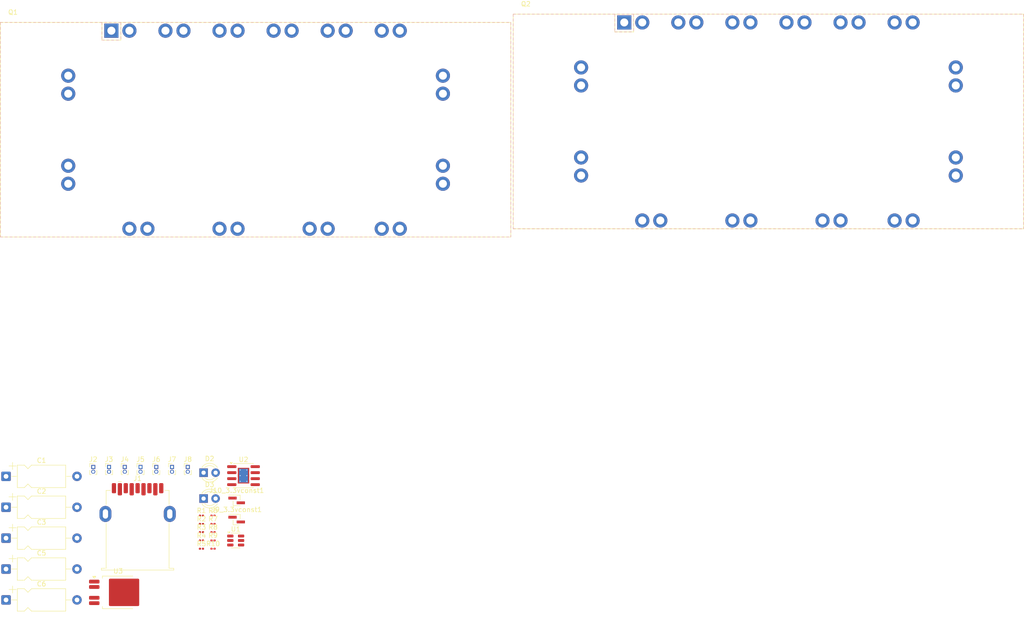
<source format=kicad_pcb>
(kicad_pcb (version 20241229) (generator "pcbnew") (generator_version "9.0")
  (layers (0 "F.Cu" signal) (2 "B.Cu" signal) (13 "F.Paste" user) (15 "B.Paste" user) (5 "F.SilkS" user "F.Silkscreen") (7 "B.SilkS" user "B.Silkscreen") (1 "F.Mask" user) (3 "B.Mask" user) (25 "Edge.Cuts" user))
  (net 0 "")
  (net 1 "+")
  (net 2 "GND")
  (net 3 "Net-(J10_3.3vconst1-Pin_1)")
  (net 4 "Net-(U2-BAT)")
  (net 5 "Net-(D2-K)")
  (net 6 "Net-(D3-K)")
  (net 7 "-")
  (net 8 "Net-(Q1-G)")
  (net 9 "Net-(Q1-D)")
  (net 10 "Net-(Q2-G)")
  (net 11 "Net-(J1-CC1)")
  (net 12 "Net-(J1-CC2)")
  (net 13 "Net-(U2-~{STDBY})")
  (net 14 "Net-(U2-~{CHRG})")
  (net 15 "Net-(U2-PROG)")
  (net 16 "Net-(U2-TEMP)")
  (net 17 "VCC")
  (net 18 "Net-(U1-CS)")
  (footprint "Resistor_SMD:R_0201_0603Metric" (layer "F.Cu") (at 120.65375 149.915)
    (property "Reference" "R5" (at 0 -1.05 0) (layer "F.SilkS"))
    (property "Value" "1k")
    (pad "1" smd roundrect (at -0.32 0) (size 0.46 0.4) (layers "F.Cu" "F.Mask") (net 2 "GND"))
    (pad "2" smd roundrect (at 0.32 0) (size 0.46 0.4) (layers "F.Cu" "F.Mask") (net 15 "Net-(U2-PROG)"))
  )
  (footprint "Resistor_SMD:R_0201_0603Metric" (layer "F.Cu") (at 123.10375 142.915)
    (property "Reference" "R6" (at 0 -1.05 0) (layer "F.SilkS"))
    (property "Value" "1k")
    (pad "1" smd roundrect (at -0.32 0) (size 0.46 0.4) (layers "F.Cu" "F.Mask") (net 2 "GND"))
    (pad "2" smd roundrect (at 0.32 0) (size 0.46 0.4) (layers "F.Cu" "F.Mask") (net 16 "Net-(U2-TEMP)"))
  )
  (footprint "Resistor_SMD:R_0201_0603Metric" (layer "F.Cu") (at 123.10375 149.915)
    (property "Reference" "R10" (at 0 -1.05 0) (layer "F.SilkS"))
    (property "Value" "1k")
    (pad "1" smd roundrect (at -0.32 0) (size 0.46 0.4) (layers "F.Cu" "F.Mask") (net 7 "-"))
    (pad "2" smd roundrect (at 0.32 0) (size 0.46 0.4) (layers "F.Cu" "F.Mask") (net 18 "Net-(U1-CS)"))
  )
  (footprint "Capacitor_THT:CP_Axial_L10.0mm_D4.5mm_P15.00mm_Horizontal" (layer "F.Cu") (at 79.34375 147.68)
    (property "Reference" "C3" (at 7.5 -3.37 0) (layer "F.SilkS"))
    (property "Value" "22uF")
    (pad "1" thru_hole roundrect (at 0 0) (size 2 2) (drill 1) (layers "*.Cu" "*.Mask") (roundrect_rratio 0.125) (net 3 "Net-(J10_3.3vconst1-Pin_1)"))
    (pad "2" thru_hole circle (at 15 0) (size 2 2) (drill 1) (layers "*.Cu" "*.Mask") (net 2 "GND"))
  )
  (footprint "Resistor_SMD:R_0201_0603Metric" (layer "F.Cu") (at 123.10375 144.665)
    (property "Reference" "R7" (at 0 -1.05 0) (layer "F.SilkS"))
    (property "Value" "1k")
    (pad "1" smd roundrect (at -0.32 0) (size 0.46 0.4) (layers "F.Cu" "F.Mask") (net 2 "GND"))
    (pad "2" smd roundrect (at 0.32 0) (size 0.46 0.4) (layers "F.Cu" "F.Mask") (net 17 "VCC"))
  )
  (footprint "Resistor_SMD:R_0201_0603Metric" (layer "F.Cu") (at 120.65375 148.165)
    (property "Reference" "R4" (at 0 -1.05 0) (layer "F.SilkS"))
    (property "Value" "1k")
    (pad "1" smd roundrect (at -0.32 0) (size 0.46 0.4) (layers "F.Cu" "F.Mask") (net 5 "Net-(D2-K)"))
    (pad "2" smd roundrect (at 0.32 0) (size 0.46 0.4) (layers "F.Cu" "F.Mask") (net 14 "Net-(U2-~{CHRG})"))
  )
  (footprint "Transistor_Power_Module:Infineon_AG-ECONO2" (layer "F.Cu") (at 210.02625 38.58125)
    (property "Reference" "Q2" (at -20.8 -3.9 0) (layer "F.SilkS"))
    (property "Value" "NMOS")
    (pad "" np_thru_hole circle (at -16.02 4.95) (size 2.6 2.6) (drill 2.6) (layers "*.Cu" "*.Mask"))
    (pad "" np_thru_hole circle (at -16.02 36.95) (size 2.6 2.6) (drill 2.6) (layers "*.Cu" "*.Mask"))
    (pad "" np_thru_hole circle (at 76.98 4.95) (size 2.6 2.6) (drill 2.6) (layers "*.Cu" "*.Mask"))
    (pad "" np_thru_hole circle (at 76.98 36.95) (size 2.6 2.6) (drill 2.6) (layers "*.Cu" "*.Mask"))
    (pad "1" thru_hole rect (at 0 0) (size 3 3) (drill 1.7) (layers "*.Cu" "*.Mask") (net 9 "Net-(Q1-D)"))
    (pad "2" thru_hole circle (at 3.81 0) (size 3 3) (drill 1.7) (layers "*.Cu" "*.Mask") (net 10 "Net-(Q2-G)"))
    (pad "3" thru_hole circle (at 11.43 0) (size 3 3) (drill 1.7) (layers "*.Cu" "*.Mask") (net 7 "-"))
    (pad "4" thru_hole circle (at 15.24 0) (size 3 3) (drill 1.7) (layers "*.Cu" "*.Mask"))
    (pad "5" thru_hole circle (at 22.86 0) (size 3 3) (drill 1.7) (layers "*.Cu" "*.Mask"))
    (pad "6" thru_hole circle (at 26.67 0) (size 3 3) (drill 1.7) (layers "*.Cu" "*.Mask"))
    (pad "7" thru_hole circle (at 34.29 0) (size 3 3) (drill 1.7) (layers "*.Cu" "*.Mask"))
    (pad "8" thru_hole circle (at 38.1 0) (size 3 3) (drill 1.7) (layers "*.Cu" "*.Mask"))
    (pad "9" thru_hole circle (at 45.72 0) (size 3 3) (drill 1.7) (layers "*.Cu" "*.Mask"))
    (pad "10" thru_hole circle (at 49.53 0) (size 3 3) (drill 1.7) (layers "*.Cu" "*.Mask"))
    (pad "11" thru_hole circle (at 57.15 0) (size 3 3) (drill 1.7) (layers "*.Cu" "*.Mask"))
    (pad "12" thru_hole circle (at 60.96 0) (size 3 3) (drill 1.7) (layers "*.Cu" "*.Mask"))
    (pad "13" thru_hole circle (at 70.08 9.52) (size 3 3) (drill 1.7) (layers "*.Cu" "*.Mask"))
    (pad "14" thru_hole circle (at 70.08 13.33) (size 3 3) (drill 1.7) (layers "*.Cu" "*.Mask"))
    (pad "15" thru_hole circle (at 70.08 28.57) (size 3 3) (drill 1.7) (layers "*.Cu" "*.Mask"))
    (pad "16" thru_hole circle (at 70.08 32.38) (size 3 3) (drill 1.7) (layers "*.Cu" "*.Mask"))
    (pad "17" thru_hole circle (at 60.96 41.9) (size 3 3) (drill 1.7) (layers "*.Cu" "*.Mask"))
    (pad "18" thru_hole circle (at 57.15 41.9) (size 3 3) (drill 1.7) (layers "*.Cu" "*.Mask"))
    (pad "19" thru_hole circle (at 45.72 41.9) (size 3 3) (drill 1.7) (layers "*.Cu" "*.Mask"))
    (pad "20" thru_hole circle (at 41.91 41.9) (size 3 3) (drill 1.7) (layers "*.Cu" "*.Mask"))
    (pad "21" thru_hole circle (at 26.67 41.9) (size 3 3) (drill 1.7) (layers "*.Cu" "*.Mask"))
    (pad "22" thru_hole circle (at 22.86 41.9) (size 3 3) (drill 1.7) (layers "*.Cu" "*.Mask"))
    (pad "23" thru_hole circle (at 7.62 41.9) (size 3 3) (drill 1.7) (layers "*.Cu" "*.Mask"))
    (pad "24" thru_hole circle (at 3.81 41.9) (size 3 3) (drill 1.7) (layers "*.Cu" "*.Mask"))
    (pad "25" thru_hole circle (at -9.12 32.38) (size 3 3) (drill 1.7) (layers "*.Cu" "*.Mask"))
    (pad "26" thru_hole circle (at -9.12 28.57) (size 3 3) (drill 1.7) (layers "*.Cu" "*.Mask"))
    (pad "27" thru_hole circle (at -9.12 13.33) (size 3 3) (drill 1.7) (layers "*.Cu" "*.Mask"))
    (pad "28" thru_hole circle (at -9.12 9.52) (size 3 3) (drill 1.7) (layers "*.Cu" "*.Mask"))
  )
  (footprint "LED_THT:LED_D3.0mm" (layer "F.Cu") (at 121.10375 133.835)
    (property "Reference" "D2" (at 1.27 -2.96 0) (layer "F.SilkS"))
    (property "Value" "LED")
    (pad "1" thru_hole rect (at 0 0) (size 1.8 1.8) (drill 0.9) (layers "*.Cu" "*.Mask") (net 5 "Net-(D2-K)"))
    (pad "2" thru_hole circle (at 2.54 0) (size 1.8 1.8) (drill 0.9) (layers "*.Cu" "*.Mask") (net 2 "GND"))
  )
  (footprint "Resistor_SMD:R_0201_0603Metric" (layer "F.Cu") (at 120.65375 142.915)
    (property "Reference" "R1" (at 0 -1.05 0) (layer "F.SilkS"))
    (property "Value" "5.1k")
    (pad "1" smd roundrect (at -0.32 0) (size 0.46 0.4) (layers "F.Cu" "F.Mask") (net 11 "Net-(J1-CC1)"))
    (pad "2" smd roundrect (at 0.32 0) (size 0.46 0.4) (layers "F.Cu" "F.Mask") (net 2 "GND"))
  )
  (footprint "Capacitor_THT:CP_Axial_L10.0mm_D4.5mm_P15.00mm_Horizontal" (layer "F.Cu") (at 79.34375 160.75)
    (property "Reference" "C6" (at 7.5 -3.37 0) (layer "F.SilkS"))
    (property "Value" "10uF")
    (pad "1" thru_hole roundrect (at 0 0) (size 2 2) (drill 1) (layers "*.Cu" "*.Mask") (roundrect_rratio 0.125) (net 4 "Net-(U2-BAT)"))
    (pad "2" thru_hole circle (at 15 0) (size 2 2) (drill 1) (layers "*.Cu" "*.Mask") (net 2 "GND"))
  )
  (footprint "Capacitor_THT:CP_Axial_L10.0mm_D4.5mm_P15.00mm_Horizontal" (layer "F.Cu") (at 79.34375 141.145)
    (property "Reference" "C2" (at 7.5 -3.37 0) (layer "F.SilkS"))
    (property "Value" "10uF")
    (pad "1" thru_hole roundrect (at 0 0) (size 2 2) (drill 1) (layers "*.Cu" "*.Mask") (roundrect_rratio 0.125) (net 1 "+"))
    (pad "2" thru_hole circle (at 15 0) (size 2 2) (drill 1) (layers "*.Cu" "*.Mask") (net 2 "GND"))
  )
  (footprint "Resistor_SMD:R_0201_0603Metric" (layer "F.Cu") (at 123.10375 146.415)
    (property "Reference" "R8" (at 0 -1.05 0) (layer "F.SilkS"))
    (property "Value" "200")
    (pad "1" smd roundrect (at -0.32 0) (size 0.46 0.4) (layers "F.Cu" "F.Mask") (net 2 "GND"))
    (pad "2" smd roundrect (at 0.32 0) (size 0.46 0.4) (layers "F.Cu" "F.Mask") (net 2 "GND"))
  )
  (footprint "Transistor_Power_Module:Infineon_AG-ECONO2" (layer "F.Cu") (at 101.61375 40.325)
    (property "Reference" "Q1" (at -20.8 -3.9 0) (layer "F.SilkS"))
    (property "Value" "NMOS")
    (pad "" np_thru_hole circle (at -16.02 4.95) (size 2.6 2.6) (drill 2.6) (layers "*.Cu" "*.Mask"))
    (pad "" np_thru_hole circle (at -16.02 36.95) (size 2.6 2.6) (drill 2.6) (layers "*.Cu" "*.Mask"))
    (pad "" np_thru_hole circle (at 76.98 4.95) (size 2.6 2.6) (drill 2.6) (layers "*.Cu" "*.Mask"))
    (pad "" np_thru_hole circle (at 76.98 36.95) (size 2.6 2.6) (drill 2.6) (layers "*.Cu" "*.Mask"))
    (pad "1" thru_hole rect (at 0 0) (size 3 3) (drill 1.7) (layers "*.Cu" "*.Mask") (net 9 "Net-(Q1-D)"))
    (pad "2" thru_hole circle (at 3.81 0) (size 3 3) (drill 1.7) (layers "*.Cu" "*.Mask") (net 8 "Net-(Q1-G)"))
    (pad "3" thru_hole circle (at 11.43 0) (size 3 3) (drill 1.7) (layers "*.Cu" "*.Mask") (net 2 "GND"))
    (pad "4" thru_hole circle (at 15.24 0) (size 3 3) (drill 1.7) (layers "*.Cu" "*.Mask"))
    (pad "5" thru_hole circle (at 22.86 0) (size 3 3) (drill 1.7) (layers "*.Cu" "*.Mask"))
    (pad "6" thru_hole circle (at 26.67 0) (size 3 3) (drill 1.7) (layers "*.Cu" "*.Mask"))
    (pad "7" thru_hole circle (at 34.29 0) (size 3 3) (drill 1.7) (layers "*.Cu" "*.Mask"))
    (pad "8" thru_hole circle (at 38.1 0) (size 3 3) (drill 1.7) (layers "*.Cu" "*.Mask"))
    (pad "9" thru_hole circle (at 45.72 0) (size 3 3) (drill 1.7) (layers "*.Cu" "*.Mask"))
    (pad "10" thru_hole circle (at 49.53 0) (size 3 3) (drill 1.7) (layers "*.Cu" "*.Mask"))
    (pad "11" thru_hole circle (at 57.15 0) (size 3 3) (drill 1.7) (layers "*.Cu" "*.Mask"))
    (pad "12" thru_hole circle (at 60.96 0) (size 3 3) (drill 1.7) (layers "*.Cu" "*.Mask"))
    (pad "13" thru_hole circle (at 70.08 9.52) (size 3 3) (drill 1.7) (layers "*.Cu" "*.Mask"))
    (pad "14" thru_hole circle (at 70.08 13.33) (size 3 3) (drill 1.7) (layers "*.Cu" "*.Mask"))
    (pad "15" thru_hole circle (at 70.08 28.57) (size 3 3) (drill 1.7) (layers "*.Cu" "*.Mask"))
    (pad "16" thru_hole circle (at 70.08 32.38) (size 3 3) (drill 1.7) (layers "*.Cu" "*.Mask"))
    (pad "17" thru_hole circle (at 60.96 41.9) (size 3 3) (drill 1.7) (layers "*.Cu" "*.Mask"))
    (pad "18" thru_hole circle (at 57.15 41.9) (size 3 3) (drill 1.7) (layers "*.Cu" "*.Mask"))
    (pad "19" thru_hole circle (at 45.72 41.9) (size 3 3) (drill 1.7) (layers "*.Cu" "*.Mask"))
    (pad "20" thru_hole circle (at 41.91 41.9) (size 3 3) (drill 1.7) (layers "*.Cu" "*.Mask"))
    (pad "21" thru_hole circle (at 26.67 41.9) (size 3 3) (drill 1.7) (layers "*.Cu" "*.Mask"))
    (pad "22" thru_hole circle (at 22.86 41.9) (size 3 3) (drill 1.7) (layers "*.Cu" "*.Mask"))
    (pad "23" thru_hole circle (at 7.62 41.9) (size 3 3) (drill 1.7) (layers "*.Cu" "*.Mask"))
    (pad "24" thru_hole circle (at 3.81 41.9) (size 3 3) (drill 1.7) (layers "*.Cu" "*.Mask"))
    (pad "25" thru_hole circle (at -9.12 32.38) (size 3 3) (drill 1.7) (layers "*.Cu" "*.Mask"))
    (pad "26" thru_hole circle (at -9.12 28.57) (size 3 3) (drill 1.7) (layers "*.Cu" "*.Mask"))
    (pad "27" thru_hole circle (at -9.12 13.33) (size 3 3) (drill 1.7) (layers "*.Cu" "*.Mask"))
    (pad "28" thru_hole circle (at -9.12 9.52) (size 3 3) (drill 1.7) (layers "*.Cu" "*.Mask"))
  )
  (footprint "Connector_PinHeader_1.00mm:PinHeader_1x02_P1.00mm_Vertical" (layer "F.Cu") (at 97.78375 132.625)
    (property "Reference" "J2" (at 0 -1.61 0) (layer "F.SilkS"))
    (property "Value" "Conn_01x02_Socket")
    (pad "1" thru_hole rect (at 0 0) (size 0.85 0.85) (drill 0.5) (layers "*.Cu" "*.Mask") (net 1 "+"))
    (pad "2" thru_hole circle (at 0 1) (size 0.85 0.85) (drill 0.5) (layers "*.Cu" "*.Mask") (net 7 "-"))
  )
  (footprint "Package_SO:SOIC-8-1EP_3.9x4.9mm_P1.27mm_EP2.41x3.3mm_ThermalVias" (layer "F.Cu") (at 129.54375 134.46)
    (property "Reference" "U2" (at 0 -3.4 0) (layer "F.SilkS"))
    (property "Value" "TP4056-42-ESOP8")
    (pad "1" smd roundrect (at -2.475 -1.905) (size 1.95 0.6) (layers "F.Cu" "F.Mask" "F.Paste") (net 16 "Net-(U2-TEMP)"))
    (pad "2" smd roundrect (at -2.475 -0.635) (size 1.95 0.6) (layers "F.Cu" "F.Mask" "F.Paste") (net 15 "Net-(U2-PROG)"))
    (pad "3" smd roundrect (at -2.475 0.635) (size 1.95 0.6) (layers "F.Cu" "F.Mask" "F.Paste") (net 2 "GND"))
    (pad "4" smd roundrect (at -2.475 1.905) (size 1.95 0.6) (layers "F.Cu" "F.Mask" "F.Paste") (net 2 "GND"))
    (pad "5" smd roundrect (at 2.475 1.905) (size 1.95 0.6) (layers "F.Cu" "F.Mask" "F.Paste") (net 4 "Net-(U2-BAT)"))
    (pad "6" smd roundrect (at 2.475 0.635) (size 1.95 0.6) (layers "F.Cu" "F.Mask" "F.Paste") (net 13 "Net-(U2-~{STDBY})"))
    (pad "7" smd roundrect (at 2.475 -0.635) (size 1.95 0.6) (layers "F.Cu" "F.Mask" "F.Paste") (net 14 "Net-(U2-~{CHRG})"))
    (pad "8" smd roundrect (at 2.475 -1.905) (size 1.95 0.6) (layers "F.Cu" "F.Mask" "F.Paste") (net 2 "GND"))
    (pad "9" thru_hole circle (at -0.7 -1.2) (size 0.5 0.5) (drill 0.2) (property pad_prop_heatsink) (layers "*.Cu"))
    (pad "9" thru_hole circle (at -0.7 0) (size 0.5 0.5) (drill 0.2) (property pad_prop_heatsink) (layers "*.Cu"))
    (pad "9" thru_hole circle (at -0.7 1.2) (size 0.5 0.5) (drill 0.2) (property pad_prop_heatsink) (layers "*.Cu"))
    (pad "9" smd rect (at 0 0) (size 1.9 2.9) (property pad_prop_heatsink) (layers "B.Cu"))
    (pad "9" smd rect (at 0 0) (size 2.41 3.3) (property pad_prop_heatsink) (layers "F.Cu" "F.Mask"))
    (pad "9" thru_hole circle (at 0.7 -1.2) (size 0.5 0.5) (drill 0.2) (property pad_prop_heatsink) (layers "*.Cu"))
    (pad "9" thru_hole circle (at 0.7 0) (size 0.5 0.5) (drill 0.2) (property pad_prop_heatsink) (layers "*.Cu"))
    (pad "9" thru_hole circle (at 0.7 1.2) (size 0.5 0.5) (drill 0.2) (property pad_prop_heatsink) (layers "*.Cu"))
  )
  (footprint "Package_TO_SOT_SMD:TO-252-4" (layer "F.Cu") (at 103.03375 159.155)
    (property "Reference" "U3" (at 0 -4.5 0) (layer "F.SilkS"))
    (property "Value" "BD33FC0WFP")
    (pad "1" smd roundrect (at -5.04 -2.28) (size 2.2 0.8) (layers "F.Cu" "F.Mask" "F.Paste"))
    (pad "2" smd roundrect (at -5.04 -1.14) (size 2.2 0.8) (layers "F.Cu" "F.Mask" "F.Paste") (net 1 "+"))
    (pad "3" smd roundrect (at 1.26 0) (size 6.4 5.8) (layers "F.Cu" "F.Mask") (roundrect_rratio 0.043103) (net 2 "GND"))
    (pad "4" smd roundrect (at -5.04 1.14) (size 2.2 0.8) (layers "F.Cu" "F.Mask" "F.Paste") (net 3 "Net-(J10_3.3vconst1-Pin_1)"))
    (pad "5" smd roundrect (at -5.04 2.28) (size 2.2 0.8) (layers "F.Cu" "F.Mask" "F.Paste"))
  )
  (footprint "Connector_PinHeader_1.00mm:PinHeader_1x02_P1.00mm_Vertical" (layer "F.Cu") (at 117.76375 132.625)
    (property "Reference" "J8" (at 0 -1.61 0) (layer "F.SilkS"))
    (property "Value" "Conn_01x02_Socket")
    (pad "1" thru_hole rect (at 0 0) (size 0.85 0.85) (drill 0.5) (layers "*.Cu" "*.Mask") (net 1 "+"))
    (pad "2" thru_hole circle (at 0 1) (size 0.85 0.85) (drill 0.5) (layers "*.Cu" "*.Mask") (net 7 "-"))
  )
  (footprint "Capacitor_THT:CP_Axial_L10.0mm_D4.5mm_P15.00mm_Horizontal" (layer "F.Cu") (at 79.34375 154.215)
    (property "Reference" "C5" (at 7.5 -3.37 0) (layer "F.SilkS"))
    (property "Value" "10uF")
    (pad "1" thru_hole roundrect (at 0 0) (size 2 2) (drill 1) (layers "*.Cu" "*.Mask") (roundrect_rratio 0.125) (net 2 "GND"))
    (pad "2" thru_hole circle (at 15 0) (size 2 2) (drill 1) (layers "*.Cu" "*.Mask") (net 2 "GND"))
  )
  (footprint "Package_TO_SOT_SMD:SOT-23-6" (layer "F.Cu") (at 127.89375 148.18)
    (property "Reference" "U1" (at 0 -2.4 0) (layer "F.SilkS"))
    (property "Value" "DW01A")
    (pad "1" smd roundrect (at -1.1375 -0.95) (size 1.325 0.6) (layers "F.Cu" "F.Mask" "F.Paste") (net 8 "Net-(Q1-G)"))
    (pad "2" smd roundrect (at -1.1375 0) (size 1.325 0.6) (layers "F.Cu" "F.Mask" "F.Paste") (net 18 "Net-(U1-CS)"))
    (pad "3" smd roundrect (at -1.1375 0.95) (size 1.325 0.6) (layers "F.Cu" "F.Mask" "F.Paste") (net 10 "Net-(Q2-G)"))
    (pad "4" smd roundrect (at 1.1375 0.95) (size 1.325 0.6) (layers "F.Cu" "F.Mask" "F.Paste"))
    (pad "5" smd roundrect (at 1.1375 0) (size 1.325 0.6) (layers "F.Cu" "F.Mask" "F.Paste") (net 1 "+"))
    (pad "6" smd roundrect (at 1.1375 -0.95) (size 1.325 0.6) (layers "F.Cu" "F.Mask" "F.Paste") (net 2 "GND"))
  )
  (footprint "Connector_PinHeader_1.00mm:PinHeader_1x02_P1.00mm_Vertical" (layer "F.Cu") (at 101.11375 132.625)
    (property "Reference" "J3" (at 0 -1.61 0) (layer "F.SilkS"))
    (property "Value" "Conn_01x02_Socket")
    (pad "1" thru_hole rect (at 0 0) (size 0.85 0.85) (drill 0.5) (layers "*.Cu" "*.Mask") (net 1 "+"))
    (pad "2" thru_hole circle (at 0 1) (size 0.85 0.85) (drill 0.5) (layers "*.Cu" "*.Mask") (net 7 "-"))
  )
  (footprint "Capacitor_THT:CP_Axial_L10.0mm_D4.5mm_P15.00mm_Horizontal" (layer "F.Cu") (at 79.34375 134.61)
    (property "Reference" "C1" (at 7.5 -3.37 0) (layer "F.SilkS"))
    (property "Value" "0.1uF")
    (pad "1" thru_hole roundrect (at 0 0) (size 2 2) (drill 1) (layers "*.Cu" "*.Mask") (roundrect_rratio 0.125) (net 1 "+"))
    (pad "2" thru_hole circle (at 15 0) (size 2 2) (drill 1) (layers "*.Cu" "*.Mask") (net 2 "GND"))
  )
  (footprint "Connector_PinHeader_1.00mm:PinHeader_1x02_P1.00mm_Vertical" (layer "F.Cu") (at 114.43375 132.625)
    (property "Reference" "J7" (at 0 -1.61 0) (layer "F.SilkS"))
    (property "Value" "Conn_01x02_Socket")
    (pad "1" thru_hole rect (at 0 0) (size 0.85 0.85) (drill 0.5) (layers "*.Cu" "*.Mask") (net 1 "+"))
    (pad "2" thru_hole circle (at 0 1) (size 0.85 0.85) (drill 0.5) (layers "*.Cu" "*.Mask") (net 7 "-"))
  )
  (footprint "Connector_PinHeader_1.00mm:PinHeader_1x02_P1.00mm_Vertical" (layer "F.Cu") (at 111.10375 132.625)
    (property "Reference" "J6" (at 0 -1.61 0) (layer "F.SilkS"))
    (property "Value" "Conn_01x02_Socket")
    (pad "1" thru_hole rect (at 0 0) (size 0.85 0.85) (drill 0.5) (layers "*.Cu" "*.Mask") (net 1 "+"))
    (pad "2" thru_hole circle (at 0 1) (size 0.85 0.85) (drill 0.5) (layers "*.Cu" "*.Mask") (net 7 "-"))
  )
  (footprint "Connector_PinHeader_1.00mm:PinHeader_1x02_P1.00mm_Vertical" (layer "F.Cu") (at 104.44375 132.625)
    (property "Reference" "J4" (at 0 -1.61 0) (layer "F.SilkS"))
    (property "Value" "Conn_01x02_Socket")
    (pad "1" thru_hole rect (at 0 0) (size 0.85 0.85) (drill 0.5) (layers "*.Cu" "*.Mask") (net 1 "+"))
    (pad "2" thru_hole circle (at 0 1) (size 0.85 0.85) (drill 0.5) (layers "*.Cu" "*.Mask") (net 7 "-"))
  )
  (footprint "Resistor_SMD:R_0201_0603Metric" (layer "F.Cu") (at 123.10375 148.165)
    (property "Reference" "R9" (at 0 -1.05 0) (layer "F.SilkS"))
    (property "Value" "100")
    (pad "1" smd roundrect (at -0.32 0) (size 0.46 0.4) (layers "F.Cu" "F.Mask") (net 1 "+"))
    (pad "2" smd roundrect (at 0.32 0) (size 0.46 0.4) (layers "F.Cu" "F.Mask") (net 4 "Net-(U2-BAT)"))
  )
  (footprint "LED_THT:LED_D3.0mm" (layer "F.Cu") (at 121.10375 139.305)
    (property "Reference" "D3" (at 1.27 -2.96 0) (layer "F.SilkS"))
    (property "Value" "LED")
    (pad "1" thru_hole rect (at 0 0) (size 1.8 1.8) (drill 0.9) (layers "*.Cu" "*.Mask") (net 6 "Net-(D3-K)"))
    (pad "2" thru_hole circle (at 2.54 0) (size 1.8 1.8) (drill 0.9) (layers "*.Cu" "*.Mask") (net 2 "GND"))
  )
  (footprint "Connector_PinHeader_1.00mm:PinHeader_1x02_P1.00mm_Vertical_SMD_Pin1Left" (layer "F.Cu") (at 128.09375 143.755)
    (property "Reference" "J9_3.3vconst1" (at 0 -2.11 0) (layer "F.SilkS"))
    (property "Value" "Conn_01x02_Socket")
    (pad "1" smd rect (at -0.875 -0.5) (size 1.75 0.6) (layers "F.Cu" "F.Mask" "F.Paste") (net 3 "Net-(J10_3.3vconst1-Pin_1)"))
    (pad "2" smd rect (at 0.875 0.5) (size 1.75 0.6) (layers "F.Cu" "F.Mask" "F.Paste") (net 7 "-"))
  )
  (footprint "Connector_PinHeader_1.00mm:PinHeader_1x02_P1.00mm_Vertical" (layer "F.Cu") (at 107.77375 132.625)
    (property "Reference" "J5" (at 0 -1.61 0) (layer "F.SilkS"))
    (property "Value" "Conn_01x02_Socket")
    (pad "1" thru_hole rect (at 0 0) (size 0.85 0.85) (drill 0.5) (layers "*.Cu" "*.Mask") (net 1 "+"))
    (pad "2" thru_hole circle (at 0 1) (size 0.85 0.85) (drill 0.5) (layers "*.Cu" "*.Mask") (net 7 "-"))
  )
  (footprint "Connector_PinHeader_1.00mm:PinHeader_1x02_P1.00mm_Vertical_SMD_Pin1Left" (layer "F.Cu") (at 128.09375 139.705)
    (property "Reference" "J10_3.3vconst1" (at 0 -2.11 0) (layer "F.SilkS"))
    (property "Value" "Conn_01x02_Socket")
    (pad "1" smd rect (at -0.875 -0.5) (size 1.75 0.6) (layers "F.Cu" "F.Mask" "F.Paste") (net 3 "Net-(J10_3.3vconst1-Pin_1)"))
    (pad "2" smd rect (at 0.875 0.5) (size 1.75 0.6) (layers "F.Cu" "F.Mask" "F.Paste") (net 7 "-"))
  )
  (footprint "Resistor_SMD:R_0201_0603Metric" (layer "F.Cu") (at 120.65375 144.665)
    (property "Reference" "R2" (at 0 -1.05 0) (layer "F.SilkS"))
    (property "Value" "5.1k")
    (pad "1" smd roundrect (at -0.32 0) (size 0.46 0.4) (layers "F.Cu" "F.Mask") (net 12 "Net-(J1-CC2)"))
    (pad "2" smd roundrect (at 0.32 0) (size 0.46 0.4) (layers "F.Cu" "F.Mask") (net 2 "GND"))
  )
  (footprint "Connector_USB:USB3_A_Receptacle_Wuerth_692122030100" (layer "F.Cu") (at 107.15625 146.01)
    (property "Reference" "J1" (at 0 -10.95 0) (layer "F.SilkS"))
    (property "Value" "USB_C_Receptacle_USB2.0_14P")
    (pad "" np_thru_hole circle (at -3.4 -3.45) (size 2 2) (drill 2) (layers "*.Cu" "*.Mask"))
    (pad "" np_thru_hole circle (at 3.4 -3.45) (size 2 2) (drill 2) (layers "*.Cu" "*.Mask"))
    (pad "1" smd roundrect (at -3.75 -8.67) (size 0.9 2.6) (layers "F.Cu" "F.Mask" "F.Paste"))
    (pad "2" smd roundrect (at -1.25 -8.67) (size 0.9 2.6) (layers "F.Cu" "F.Mask" "F.Paste"))
    (pad "3" smd roundrect (at 1.25 -8.67) (size 0.9 2.6) (layers "F.Cu" "F.Mask" "F.Paste"))
    (pad "4" smd roundrect (at 3.75 -8.67) (size 0.9 2.6) (layers "F.Cu" "F.Mask" "F.Paste"))
    (pad "5" smd roundrect (at 5 -8.895) (size 0.9 2.15) (layers "F.Cu" "F.Mask" "F.Paste"))
    (pad "6" smd roundrect (at 2.5 -8.895) (size 0.9 2.15) (layers "F.Cu" "F.Mask" "F.Paste"))
    (pad "7" smd roundrect (at 0 -8.895) (size 0.9 2.15) (layers "F.Cu" "F.Mask" "F.Paste"))
    (pad "8" smd roundrect (at -2.5 -8.895) (size 0.9 2.15) (layers "F.Cu" "F.Mask" "F.Paste"))
    (pad "9" smd roundrect (at -5 -8.895) (size 0.9 2.15) (layers "F.Cu" "F.Mask" "F.Paste"))
    (pad "10" thru_hole oval (at -6.8 -3.45) (size 2.52 3.4) (drill oval 1.12 2) (property pad_prop_heatsink) (layers "*.Cu" "*.Mask"))
    (pad "10" thru_hole oval (at 6.8 -3.45) (size 2.52 3.4) (drill oval 1.12 2) (property pad_prop_heatsink) (layers "*.Cu" "*.Mask"))
  )
  (footprint "Resistor_SMD:R_0201_0603Metric" (layer "F.Cu") (at 120.65375 146.415)
    (property "Reference" "R3" (at 0 -1.05 0) (layer "F.SilkS"))
    (property "Value" "1k")
    (pad "1" smd roundrect (at -0.32 0) (size 0.46 0.4) (layers "F.Cu" "F.Mask") (net 6 "Net-(D3-K)"))
    (pad "2" smd roundrect (at 0.32 0) (size 0.46 0.4) (layers "F.Cu" "F.Mask") (net 13 "Net-(U2-~{STDBY})"))
  )
)
</source>
